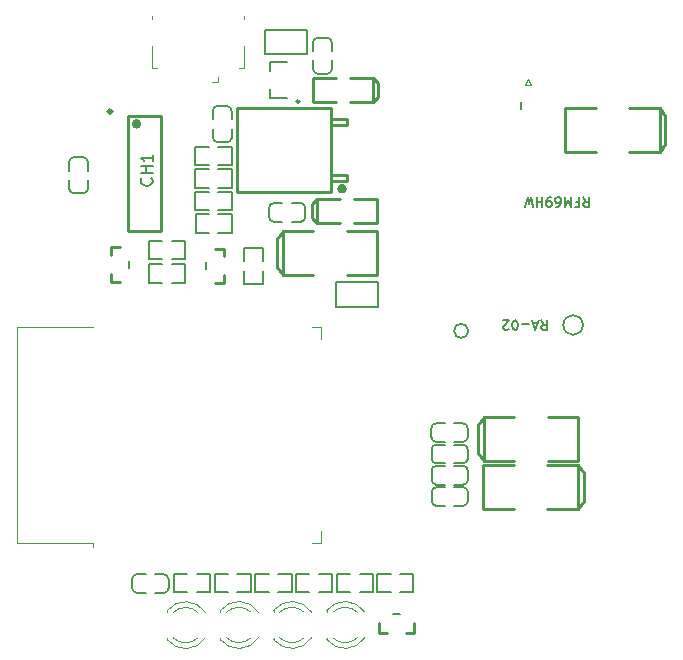
<source format=gbr>
G04 #@! TF.GenerationSoftware,KiCad,Pcbnew,(5.1.6)-1*
G04 #@! TF.CreationDate,2020-07-19T17:34:05+08:00*
G04 #@! TF.ProjectId,ESP32GW,45535033-3247-4572-9e6b-696361645f70,rev?*
G04 #@! TF.SameCoordinates,Original*
G04 #@! TF.FileFunction,Legend,Top*
G04 #@! TF.FilePolarity,Positive*
%FSLAX46Y46*%
G04 Gerber Fmt 4.6, Leading zero omitted, Abs format (unit mm)*
G04 Created by KiCad (PCBNEW (5.1.6)-1) date 2020-07-19 17:34:05*
%MOMM*%
%LPD*%
G01*
G04 APERTURE LIST*
%ADD10C,0.120000*%
%ADD11C,0.150000*%
%ADD12C,0.254000*%
%ADD13C,0.300000*%
%ADD14C,0.400000*%
%ADD15C,0.200000*%
%ADD16C,0.250000*%
%ADD17C,0.160000*%
G04 APERTURE END LIST*
D10*
X140169700Y-115595020D02*
X140949700Y-115595020D01*
X140949700Y-115595020D02*
X140949700Y-114595020D01*
X140169700Y-97355020D02*
X140949700Y-97355020D01*
X140949700Y-97355020D02*
X140949700Y-98355020D01*
X115204700Y-115595020D02*
X115204700Y-97355020D01*
X115204700Y-97355020D02*
X121624700Y-97355020D01*
X115204700Y-115595020D02*
X121624700Y-115595020D01*
X121624700Y-115595020D02*
X121624700Y-115975020D01*
D11*
X163123320Y-97155920D02*
G75*
G03*
X163123320Y-97155920I-832020J0D01*
G01*
D12*
X170069420Y-81824680D02*
X170069420Y-79424680D01*
X166999420Y-78774680D02*
X169606420Y-78774680D01*
X166999420Y-82474680D02*
X169606420Y-82474680D01*
X169606420Y-82474680D02*
X169606420Y-78774680D01*
X161592420Y-82474680D02*
X161592420Y-78774680D01*
X161592420Y-78774680D02*
X164199420Y-78774680D01*
X161592420Y-82474680D02*
X164199420Y-82474680D01*
X169606420Y-82474680D02*
X170069420Y-81824680D01*
X169606420Y-78774680D02*
X170069420Y-79424680D01*
X124630680Y-89230540D02*
X127430680Y-89230540D01*
X124630680Y-79430540D02*
X127430680Y-79430540D01*
X127430680Y-79430540D02*
X127430680Y-89230540D01*
X124630680Y-79430540D02*
X124630680Y-89230540D01*
D13*
X123230680Y-79080540D02*
G75*
G03*
X123230680Y-79080540I-150000J0D01*
G01*
D14*
X125530680Y-80130540D02*
G75*
G03*
X125530680Y-80130540I-200000J0D01*
G01*
D11*
X153417151Y-97650300D02*
G75*
G03*
X153417151Y-97650300I-602371J0D01*
G01*
D15*
X142191120Y-93549520D02*
X145731120Y-93549520D01*
X145731120Y-95619520D02*
X145731120Y-93549520D01*
X142191120Y-95619520D02*
X142191120Y-93549520D01*
X142191120Y-95619520D02*
X145731120Y-95619520D01*
X121206320Y-85617560D02*
X121206320Y-84882560D01*
X121206320Y-84082560D02*
X121206320Y-83347560D01*
X119626320Y-84082560D02*
X119626320Y-83347560D01*
X120806320Y-86017560D02*
X120026320Y-86017560D01*
X120806320Y-82947560D02*
X120026320Y-82947560D01*
X119626320Y-85617560D02*
X119626320Y-84882560D01*
X119626320Y-83347560D02*
G75*
G02*
X120026320Y-82947560I400000J0D01*
G01*
X120806320Y-82947560D02*
G75*
G02*
X121206320Y-83347560I0J-400000D01*
G01*
X121206320Y-85617560D02*
G75*
G02*
X120806320Y-86017560I-400000J0D01*
G01*
X120026320Y-86017560D02*
G75*
G02*
X119626320Y-85617560I0J400000D01*
G01*
X130306620Y-82069880D02*
X131441620Y-82069880D01*
X133376620Y-83649880D02*
X133376620Y-82069880D01*
X130306620Y-83649880D02*
X130306620Y-82069880D01*
X132241620Y-82069880D02*
X133376620Y-82069880D01*
X130306620Y-83649880D02*
X131441620Y-83649880D01*
X132241620Y-83649880D02*
X133376620Y-83649880D01*
X132253560Y-87459880D02*
X133388560Y-87459880D01*
X130318560Y-87459880D02*
X131453560Y-87459880D01*
X132253560Y-85879880D02*
X133388560Y-85879880D01*
X130318560Y-87459880D02*
X130318560Y-85879880D01*
X133388560Y-87459880D02*
X133388560Y-85879880D01*
X130318560Y-85879880D02*
X131453560Y-85879880D01*
X133389320Y-85567580D02*
X132254320Y-85567580D01*
X130319320Y-83987580D02*
X130319320Y-85567580D01*
X133389320Y-83987580D02*
X133389320Y-85567580D01*
X131454320Y-85567580D02*
X130319320Y-85567580D01*
X133389320Y-83987580D02*
X132254320Y-83987580D01*
X131454320Y-83987580D02*
X130319320Y-83987580D01*
X131466640Y-87749320D02*
X130331640Y-87749320D01*
X133401640Y-87749320D02*
X132266640Y-87749320D01*
X131466640Y-89329320D02*
X130331640Y-89329320D01*
X133401640Y-87749320D02*
X133401640Y-89329320D01*
X130331640Y-87749320D02*
X130331640Y-89329320D01*
X133401640Y-89329320D02*
X132266640Y-89329320D01*
X135999280Y-91766440D02*
X135999280Y-90631440D01*
X135999280Y-93701440D02*
X135999280Y-92566440D01*
X134419280Y-91766440D02*
X134419280Y-90631440D01*
X135999280Y-93701440D02*
X134419280Y-93701440D01*
X135999280Y-90631440D02*
X134419280Y-90631440D01*
X134419280Y-93701440D02*
X134419280Y-92566440D01*
X136629040Y-75688320D02*
X136629040Y-74863320D01*
X136629040Y-74863320D02*
X138029040Y-74863320D01*
X136629040Y-77963320D02*
X136629040Y-77138320D01*
X136629040Y-77963320D02*
X138029040Y-77963320D01*
D16*
X139129040Y-78238320D02*
G75*
G03*
X139129040Y-78238320I-125000J0D01*
G01*
D15*
X139785980Y-74227640D02*
X136245980Y-74227640D01*
X136245980Y-72157640D02*
X136245980Y-74227640D01*
X139785980Y-72157640D02*
X139785980Y-74227640D01*
X139785980Y-72157640D02*
X136245980Y-72157640D01*
D12*
X154720140Y-108651920D02*
X154257140Y-108001920D01*
X154720140Y-104951920D02*
X154257140Y-105601920D01*
X162734140Y-104951920D02*
X160127140Y-104951920D01*
X162734140Y-108651920D02*
X160127140Y-108651920D01*
X162734140Y-104951920D02*
X162734140Y-108651920D01*
X154720140Y-104951920D02*
X154720140Y-108651920D01*
X157327140Y-104951920D02*
X154720140Y-104951920D01*
X157327140Y-108651920D02*
X154720140Y-108651920D01*
X154257140Y-105601920D02*
X154257140Y-108001920D01*
X137240720Y-89859000D02*
X137240720Y-92259000D01*
X140310720Y-92909000D02*
X137703720Y-92909000D01*
X140310720Y-89209000D02*
X137703720Y-89209000D01*
X137703720Y-89209000D02*
X137703720Y-92909000D01*
X145717720Y-89209000D02*
X145717720Y-92909000D01*
X145717720Y-92909000D02*
X143110720Y-92909000D01*
X145717720Y-89209000D02*
X143110720Y-89209000D01*
X137703720Y-89209000D02*
X137240720Y-89859000D01*
X137703720Y-92909000D02*
X137240720Y-92259000D01*
X140611680Y-86528940D02*
X140175680Y-86930940D01*
X140611680Y-88532940D02*
X140175680Y-88130940D01*
X140175680Y-86930940D02*
X140175680Y-88130940D01*
X142548680Y-88532940D02*
X140611680Y-88532940D01*
X145685680Y-88532940D02*
X143748680Y-88532940D01*
X145685680Y-86528940D02*
X143748680Y-86528940D01*
X142548680Y-86528940D02*
X140611680Y-86528940D01*
X145685680Y-86528940D02*
X145685680Y-88532940D01*
X140611680Y-86528940D02*
X140611680Y-88532940D01*
X145313580Y-78276420D02*
X145313580Y-76272420D01*
X140239580Y-78276420D02*
X140239580Y-76272420D01*
X143376580Y-78276420D02*
X145313580Y-78276420D01*
X140239580Y-78276420D02*
X142176580Y-78276420D01*
X140239580Y-76272420D02*
X142176580Y-76272420D01*
X143376580Y-76272420D02*
X145313580Y-76272420D01*
X145749580Y-77874420D02*
X145749580Y-76674420D01*
X145313580Y-76272420D02*
X145749580Y-76674420D01*
X145313580Y-78276420D02*
X145749580Y-77874420D01*
D11*
X157888940Y-78839060D02*
X157888940Y-78267560D01*
D15*
X125365000Y-118259800D02*
X126100000Y-118259800D01*
X128035000Y-119439800D02*
X128035000Y-118659800D01*
X124965000Y-119439800D02*
X124965000Y-118659800D01*
X126900000Y-118259800D02*
X127635000Y-118259800D01*
X126900000Y-119839800D02*
X127635000Y-119839800D01*
X125365000Y-119839800D02*
X126100000Y-119839800D01*
X124965000Y-118659800D02*
G75*
G02*
X125365000Y-118259800I400000J0D01*
G01*
X125365000Y-119839800D02*
G75*
G02*
X124965000Y-119439800I0J400000D01*
G01*
X128035000Y-119439800D02*
G75*
G02*
X127635000Y-119839800I-400000J0D01*
G01*
X127635000Y-118259800D02*
G75*
G02*
X128035000Y-118659800I0J-400000D01*
G01*
D10*
X132422460Y-123635000D02*
X132422460Y-123791000D01*
X132422460Y-121319000D02*
X132422460Y-121475000D01*
X135654795Y-121476392D02*
G75*
G03*
X132422460Y-121319484I-1672335J-1078608D01*
G01*
X135654795Y-123633608D02*
G75*
G02*
X132422460Y-123790516I-1672335J1078608D01*
G01*
X135023590Y-121475163D02*
G75*
G03*
X132941499Y-121475000I-1041130J-1079837D01*
G01*
X135023590Y-123634837D02*
G75*
G02*
X132941499Y-123635000I-1041130J1079837D01*
G01*
D15*
X150694920Y-105477958D02*
X151429920Y-105477958D01*
X153364920Y-106657958D02*
X153364920Y-105877958D01*
X150294920Y-106657958D02*
X150294920Y-105877958D01*
X152229920Y-105477958D02*
X152964920Y-105477958D01*
X152229920Y-107057958D02*
X152964920Y-107057958D01*
X150694920Y-107057958D02*
X151429920Y-107057958D01*
X150294920Y-105877958D02*
G75*
G02*
X150694920Y-105477958I400000J0D01*
G01*
X150694920Y-107057958D02*
G75*
G02*
X150294920Y-106657958I0J400000D01*
G01*
X153364920Y-106657958D02*
G75*
G02*
X152964920Y-107057958I-400000J0D01*
G01*
X152964920Y-105477958D02*
G75*
G02*
X153364920Y-105877958I0J-400000D01*
G01*
X152975080Y-108866438D02*
X152240080Y-108866438D01*
X150305080Y-107686438D02*
X150305080Y-108466438D01*
X153375080Y-107686438D02*
X153375080Y-108466438D01*
X151440080Y-108866438D02*
X150705080Y-108866438D01*
X151440080Y-107286438D02*
X150705080Y-107286438D01*
X152975080Y-107286438D02*
X152240080Y-107286438D01*
X153375080Y-108466438D02*
G75*
G02*
X152975080Y-108866438I-400000J0D01*
G01*
X152975080Y-107286438D02*
G75*
G02*
X153375080Y-107686438I0J-400000D01*
G01*
X150305080Y-107686438D02*
G75*
G02*
X150705080Y-107286438I400000J0D01*
G01*
X150705080Y-108866438D02*
G75*
G02*
X150305080Y-108466438I0J400000D01*
G01*
X150707620Y-110667298D02*
X151442620Y-110667298D01*
X152242620Y-110667298D02*
X152977620Y-110667298D01*
X152242620Y-109087298D02*
X152977620Y-109087298D01*
X150307620Y-110267298D02*
X150307620Y-109487298D01*
X153377620Y-110267298D02*
X153377620Y-109487298D01*
X150707620Y-109087298D02*
X151442620Y-109087298D01*
X152977620Y-109087298D02*
G75*
G02*
X153377620Y-109487298I0J-400000D01*
G01*
X153377620Y-110267298D02*
G75*
G02*
X152977620Y-110667298I-400000J0D01*
G01*
X150707620Y-110667298D02*
G75*
G02*
X150307620Y-110267298I0J400000D01*
G01*
X150307620Y-109487298D02*
G75*
G02*
X150707620Y-109087298I400000J0D01*
G01*
X150712320Y-110885618D02*
X151447320Y-110885618D01*
X153382320Y-112065618D02*
X153382320Y-111285618D01*
X150312320Y-112065618D02*
X150312320Y-111285618D01*
X152247320Y-110885618D02*
X152982320Y-110885618D01*
X152247320Y-112465618D02*
X152982320Y-112465618D01*
X150712320Y-112465618D02*
X151447320Y-112465618D01*
X150312320Y-111285618D02*
G75*
G02*
X150712320Y-110885618I400000J0D01*
G01*
X150712320Y-112465618D02*
G75*
G02*
X150312320Y-112065618I0J400000D01*
G01*
X153382320Y-112065618D02*
G75*
G02*
X152982320Y-112465618I-400000J0D01*
G01*
X152982320Y-110885618D02*
G75*
G02*
X153382320Y-111285618I0J-400000D01*
G01*
D10*
X132185440Y-76617980D02*
X132185440Y-76167980D01*
X132185440Y-76617980D02*
X131735440Y-76617980D01*
X126651480Y-75377100D02*
X127101480Y-75377100D01*
X126651480Y-73527100D02*
X126651480Y-75377100D01*
X134451480Y-70977100D02*
X134451480Y-71227100D01*
X126651480Y-70977100D02*
X126651480Y-71227100D01*
X134451480Y-73527100D02*
X134451480Y-75377100D01*
X134451480Y-75377100D02*
X134001480Y-75377100D01*
D15*
X147627620Y-121659760D02*
X147027620Y-121659760D01*
D12*
X148787620Y-123209760D02*
X148127620Y-123209760D01*
X148787620Y-123209760D02*
X148787620Y-122394760D01*
X145867620Y-123209760D02*
X145867620Y-122394760D01*
X146527620Y-123209760D02*
X145867620Y-123209760D01*
X146527620Y-123209760D02*
X145867620Y-123209760D01*
X146527620Y-123209760D02*
X145867620Y-123209760D01*
D15*
X145699020Y-118206460D02*
X146834020Y-118206460D01*
X148769020Y-119786460D02*
X148769020Y-118206460D01*
X145699020Y-119786460D02*
X145699020Y-118206460D01*
X147634020Y-118206460D02*
X148769020Y-118206460D01*
X145699020Y-119786460D02*
X146834020Y-119786460D01*
X147634020Y-119786460D02*
X148769020Y-119786460D01*
D10*
X158690540Y-76854340D02*
X158440540Y-76354340D01*
X158190540Y-76854340D02*
X158690540Y-76854340D01*
X158440540Y-76354340D02*
X158190540Y-76854340D01*
D12*
X163174280Y-112048140D02*
X163174280Y-109648140D01*
X160104280Y-108998140D02*
X162711280Y-108998140D01*
X160104280Y-112698140D02*
X162711280Y-112698140D01*
X162711280Y-112698140D02*
X162711280Y-108998140D01*
X154697280Y-112698140D02*
X154697280Y-108998140D01*
X154697280Y-108998140D02*
X157304280Y-108998140D01*
X154697280Y-112698140D02*
X157304280Y-112698140D01*
X162711280Y-112698140D02*
X163174280Y-112048140D01*
X162711280Y-108998140D02*
X163174280Y-109648140D01*
X133874820Y-78750920D02*
X141824820Y-78750920D01*
X133874820Y-85896920D02*
X141824820Y-85896920D01*
X141824820Y-85896920D02*
X141824820Y-78750920D01*
X141824820Y-84423920D02*
X143124820Y-84423920D01*
X143124820Y-84923920D02*
X143124820Y-84423920D01*
X141824820Y-84923920D02*
X143124820Y-84923920D01*
X133874820Y-85896920D02*
X133874820Y-78750920D01*
X141820650Y-79701380D02*
X143120650Y-79701380D01*
X143120650Y-80201370D02*
X143120650Y-79701380D01*
X141820650Y-80201370D02*
X143120650Y-80201370D01*
D14*
X142924820Y-85623920D02*
G75*
G03*
X142924820Y-85623920I-200000J0D01*
G01*
D12*
X132753180Y-92951240D02*
X132753180Y-93611240D01*
X132753180Y-92951240D02*
X132753180Y-93611240D01*
X132753180Y-92951240D02*
X132753180Y-93611240D01*
X132753180Y-93611240D02*
X131938180Y-93611240D01*
X132753180Y-90691240D02*
X131938180Y-90691240D01*
X132753180Y-90691240D02*
X132753180Y-91351240D01*
D15*
X131203180Y-91851240D02*
X131203180Y-92451240D01*
X124676740Y-92334360D02*
X124676740Y-91734360D01*
D12*
X123126740Y-93494360D02*
X123126740Y-92834360D01*
X123126740Y-93494360D02*
X123941740Y-93494360D01*
X123126740Y-90574360D02*
X123941740Y-90574360D01*
X123126740Y-91234360D02*
X123126740Y-90574360D01*
X123126740Y-91234360D02*
X123126740Y-90574360D01*
X123126740Y-91234360D02*
X123126740Y-90574360D01*
D10*
X141425120Y-123634340D02*
X141425120Y-123790340D01*
X141425120Y-121318340D02*
X141425120Y-121474340D01*
X144657455Y-121475732D02*
G75*
G03*
X141425120Y-121318824I-1672335J-1078608D01*
G01*
X144657455Y-123632948D02*
G75*
G02*
X141425120Y-123789856I-1672335J1078608D01*
G01*
X144026250Y-121474503D02*
G75*
G03*
X141944159Y-121474340I-1041130J-1079837D01*
G01*
X144026250Y-123634177D02*
G75*
G02*
X141944159Y-123634340I-1041130J1079837D01*
G01*
X136924240Y-121318340D02*
X136924240Y-121474340D01*
X136924240Y-123634340D02*
X136924240Y-123790340D01*
X139525370Y-123634177D02*
G75*
G02*
X137443279Y-123634340I-1041130J1079837D01*
G01*
X139525370Y-121474503D02*
G75*
G03*
X137443279Y-121474340I-1041130J-1079837D01*
G01*
X140156575Y-123632948D02*
G75*
G02*
X136924240Y-123789856I-1672335J1078608D01*
G01*
X140156575Y-121475732D02*
G75*
G03*
X136924240Y-121318824I-1672335J-1078608D01*
G01*
X127921580Y-123647700D02*
X127921580Y-123803700D01*
X127921580Y-121331700D02*
X127921580Y-121487700D01*
X131153915Y-121489092D02*
G75*
G03*
X127921580Y-121332184I-1672335J-1078608D01*
G01*
X131153915Y-123646308D02*
G75*
G02*
X127921580Y-123803216I-1672335J1078608D01*
G01*
X130522710Y-121487863D02*
G75*
G03*
X128440619Y-121487700I-1041130J-1079837D01*
G01*
X130522710Y-123647537D02*
G75*
G02*
X128440619Y-123647700I-1041130J1079837D01*
G01*
D15*
X139214100Y-88414920D02*
X138479100Y-88414920D01*
X136544100Y-87234920D02*
X136544100Y-88014920D01*
X139614100Y-87234920D02*
X139614100Y-88014920D01*
X137679100Y-88414920D02*
X136944100Y-88414920D01*
X137679100Y-86834920D02*
X136944100Y-86834920D01*
X139214100Y-86834920D02*
X138479100Y-86834920D01*
X139614100Y-88014920D02*
G75*
G02*
X139214100Y-88414920I-400000J0D01*
G01*
X139214100Y-86834920D02*
G75*
G02*
X139614100Y-87234920I0J-400000D01*
G01*
X136544100Y-87234920D02*
G75*
G02*
X136944100Y-86834920I400000J0D01*
G01*
X136944100Y-88414920D02*
G75*
G02*
X136544100Y-88014920I0J400000D01*
G01*
X133372920Y-81284700D02*
X133372920Y-80549700D01*
X133372920Y-79749700D02*
X133372920Y-79014700D01*
X131792920Y-79749700D02*
X131792920Y-79014700D01*
X132972920Y-81684700D02*
X132192920Y-81684700D01*
X132972920Y-78614700D02*
X132192920Y-78614700D01*
X131792920Y-81284700D02*
X131792920Y-80549700D01*
X131792920Y-79014700D02*
G75*
G02*
X132192920Y-78614700I400000J0D01*
G01*
X132972920Y-78614700D02*
G75*
G02*
X133372920Y-79014700I0J-400000D01*
G01*
X133372920Y-81284700D02*
G75*
G02*
X132972920Y-81684700I-400000J0D01*
G01*
X132192920Y-81684700D02*
G75*
G02*
X131792920Y-81284700I0J400000D01*
G01*
X141859060Y-75493500D02*
X141859060Y-74758500D01*
X141859060Y-73958500D02*
X141859060Y-73223500D01*
X140279060Y-73958500D02*
X140279060Y-73223500D01*
X141459060Y-75893500D02*
X140679060Y-75893500D01*
X141459060Y-72823500D02*
X140679060Y-72823500D01*
X140279060Y-75493500D02*
X140279060Y-74758500D01*
X140279060Y-73223500D02*
G75*
G02*
X140679060Y-72823500I400000J0D01*
G01*
X141459060Y-72823500D02*
G75*
G02*
X141859060Y-73223500I0J-400000D01*
G01*
X141859060Y-75493500D02*
G75*
G02*
X141459060Y-75893500I-400000J0D01*
G01*
X140679060Y-75893500D02*
G75*
G02*
X140279060Y-75493500I0J400000D01*
G01*
X131554680Y-119786460D02*
X130419680Y-119786460D01*
X128484680Y-118206460D02*
X128484680Y-119786460D01*
X131554680Y-118206460D02*
X131554680Y-119786460D01*
X129619680Y-119786460D02*
X128484680Y-119786460D01*
X131554680Y-118206460D02*
X130419680Y-118206460D01*
X129619680Y-118206460D02*
X128484680Y-118206460D01*
X131928920Y-118198840D02*
X133063920Y-118198840D01*
X134998920Y-119778840D02*
X134998920Y-118198840D01*
X131928920Y-119778840D02*
X131928920Y-118198840D01*
X133863920Y-118198840D02*
X134998920Y-118198840D01*
X131928920Y-119778840D02*
X133063920Y-119778840D01*
X133863920Y-119778840D02*
X134998920Y-119778840D01*
X142287040Y-118209000D02*
X143422040Y-118209000D01*
X145357040Y-119789000D02*
X145357040Y-118209000D01*
X142287040Y-119789000D02*
X142287040Y-118209000D01*
X144222040Y-118209000D02*
X145357040Y-118209000D01*
X142287040Y-119789000D02*
X143422040Y-119789000D01*
X144222040Y-119789000D02*
X145357040Y-119789000D01*
X138825400Y-118209000D02*
X139960400Y-118209000D01*
X141895400Y-119789000D02*
X141895400Y-118209000D01*
X138825400Y-119789000D02*
X138825400Y-118209000D01*
X140760400Y-118209000D02*
X141895400Y-118209000D01*
X138825400Y-119789000D02*
X139960400Y-119789000D01*
X140760400Y-119789000D02*
X141895400Y-119789000D01*
X135396020Y-118219160D02*
X136531020Y-118219160D01*
X138466020Y-119799160D02*
X138466020Y-118219160D01*
X135396020Y-119799160D02*
X135396020Y-118219160D01*
X137331020Y-118219160D02*
X138466020Y-118219160D01*
X135396020Y-119799160D02*
X136531020Y-119799160D01*
X137331020Y-119799160D02*
X138466020Y-119799160D01*
X127517320Y-92034300D02*
X126382320Y-92034300D01*
X129452320Y-92034300D02*
X128317320Y-92034300D01*
X127517320Y-93614300D02*
X126382320Y-93614300D01*
X129452320Y-92034300D02*
X129452320Y-93614300D01*
X126382320Y-92034300D02*
X126382320Y-93614300D01*
X129452320Y-93614300D02*
X128317320Y-93614300D01*
X126372160Y-90020080D02*
X127507160Y-90020080D01*
X129442160Y-91600080D02*
X129442160Y-90020080D01*
X126372160Y-91600080D02*
X126372160Y-90020080D01*
X128307160Y-90020080D02*
X129442160Y-90020080D01*
X126372160Y-91600080D02*
X127507160Y-91600080D01*
X128307160Y-91600080D02*
X129442160Y-91600080D01*
D11*
X159591840Y-96767695D02*
X159858507Y-97148647D01*
X160048983Y-96767695D02*
X160048983Y-97567695D01*
X159744221Y-97567695D01*
X159668031Y-97529600D01*
X159629936Y-97491504D01*
X159591840Y-97415314D01*
X159591840Y-97301028D01*
X159629936Y-97224838D01*
X159668031Y-97186742D01*
X159744221Y-97148647D01*
X160048983Y-97148647D01*
X159287079Y-96996266D02*
X158906126Y-96996266D01*
X159363269Y-96767695D02*
X159096602Y-97567695D01*
X158829936Y-96767695D01*
X158563269Y-97072457D02*
X157953745Y-97072457D01*
X157420412Y-97567695D02*
X157344221Y-97567695D01*
X157268031Y-97529600D01*
X157229936Y-97491504D01*
X157191840Y-97415314D01*
X157153745Y-97262933D01*
X157153745Y-97072457D01*
X157191840Y-96920076D01*
X157229936Y-96843885D01*
X157268031Y-96805790D01*
X157344221Y-96767695D01*
X157420412Y-96767695D01*
X157496602Y-96805790D01*
X157534698Y-96843885D01*
X157572793Y-96920076D01*
X157610888Y-97072457D01*
X157610888Y-97262933D01*
X157572793Y-97415314D01*
X157534698Y-97491504D01*
X157496602Y-97529600D01*
X157420412Y-97567695D01*
X156848983Y-97491504D02*
X156810888Y-97529600D01*
X156734698Y-97567695D01*
X156544221Y-97567695D01*
X156468031Y-97529600D01*
X156429936Y-97491504D01*
X156391840Y-97415314D01*
X156391840Y-97339123D01*
X156429936Y-97224838D01*
X156887079Y-96767695D01*
X156391840Y-96767695D01*
X126593562Y-84736536D02*
X126641181Y-84784155D01*
X126688800Y-84927012D01*
X126688800Y-85022250D01*
X126641181Y-85165107D01*
X126545943Y-85260345D01*
X126450705Y-85307964D01*
X126260229Y-85355583D01*
X126117372Y-85355583D01*
X125926896Y-85307964D01*
X125831658Y-85260345D01*
X125736420Y-85165107D01*
X125688800Y-85022250D01*
X125688800Y-84927012D01*
X125736420Y-84784155D01*
X125784039Y-84736536D01*
X126688800Y-84307964D02*
X125688800Y-84307964D01*
X126164991Y-84307964D02*
X126164991Y-83736536D01*
X126688800Y-83736536D02*
X125688800Y-83736536D01*
X126688800Y-82736536D02*
X126688800Y-83307964D01*
X126688800Y-83022250D02*
X125688800Y-83022250D01*
X125831658Y-83117488D01*
X125926896Y-83212726D01*
X125974515Y-83307964D01*
D17*
X163155356Y-86348615D02*
X163422022Y-86729567D01*
X163612499Y-86348615D02*
X163612499Y-87148615D01*
X163307737Y-87148615D01*
X163231546Y-87110520D01*
X163193451Y-87072424D01*
X163155356Y-86996234D01*
X163155356Y-86881948D01*
X163193451Y-86805758D01*
X163231546Y-86767662D01*
X163307737Y-86729567D01*
X163612499Y-86729567D01*
X162545832Y-86767662D02*
X162812499Y-86767662D01*
X162812499Y-86348615D02*
X162812499Y-87148615D01*
X162431546Y-87148615D01*
X162126784Y-86348615D02*
X162126784Y-87148615D01*
X161860118Y-86577186D01*
X161593451Y-87148615D01*
X161593451Y-86348615D01*
X160869641Y-87148615D02*
X161022022Y-87148615D01*
X161098213Y-87110520D01*
X161136308Y-87072424D01*
X161212499Y-86958139D01*
X161250594Y-86805758D01*
X161250594Y-86500996D01*
X161212499Y-86424805D01*
X161174403Y-86386710D01*
X161098213Y-86348615D01*
X160945832Y-86348615D01*
X160869641Y-86386710D01*
X160831546Y-86424805D01*
X160793451Y-86500996D01*
X160793451Y-86691472D01*
X160831546Y-86767662D01*
X160869641Y-86805758D01*
X160945832Y-86843853D01*
X161098213Y-86843853D01*
X161174403Y-86805758D01*
X161212499Y-86767662D01*
X161250594Y-86691472D01*
X160412499Y-86348615D02*
X160260118Y-86348615D01*
X160183927Y-86386710D01*
X160145832Y-86424805D01*
X160069641Y-86539091D01*
X160031546Y-86691472D01*
X160031546Y-86996234D01*
X160069641Y-87072424D01*
X160107737Y-87110520D01*
X160183927Y-87148615D01*
X160336308Y-87148615D01*
X160412499Y-87110520D01*
X160450594Y-87072424D01*
X160488689Y-86996234D01*
X160488689Y-86805758D01*
X160450594Y-86729567D01*
X160412499Y-86691472D01*
X160336308Y-86653377D01*
X160183927Y-86653377D01*
X160107737Y-86691472D01*
X160069641Y-86729567D01*
X160031546Y-86805758D01*
X159688689Y-86348615D02*
X159688689Y-87148615D01*
X159688689Y-86767662D02*
X159231546Y-86767662D01*
X159231546Y-86348615D02*
X159231546Y-87148615D01*
X158926784Y-87148615D02*
X158736308Y-86348615D01*
X158583927Y-86920043D01*
X158431546Y-86348615D01*
X158241070Y-87148615D01*
M02*

</source>
